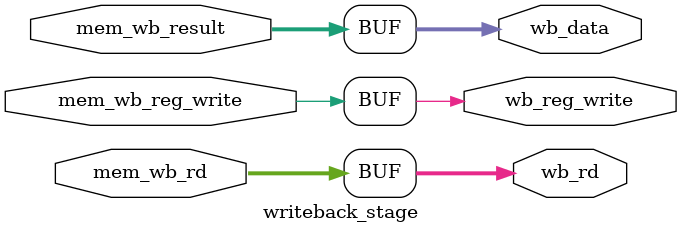
<source format=v>

module memory_stage #(
    parameter DATA_WIDTH = 32,
    parameter ADDR_WIDTH = 32,
    parameter REG_ADDR_WIDTH = 4
) (
    input  wire                         clk,
    input  wire                         rst_n,
    
    // Control signals
    input  wire                         stall,
    input  wire                         flush,
    
    // From execute stage
    input  wire [DATA_WIDTH-1:0]        ex_mem_alu_result,
    input  wire [DATA_WIDTH-1:0]        ex_mem_write_data,
    input  wire [REG_ADDR_WIDTH-1:0]    ex_mem_rd,
    input  wire                         ex_mem_reg_write,
    input  wire                         ex_mem_mem_read,
    input  wire                         ex_mem_mem_write,
    
    // Data memory interface
    output wire [ADDR_WIDTH-1:0]        dmem_addr,
    output wire [DATA_WIDTH-1:0]        dmem_write_data,
    output wire                         dmem_read_en,
    output wire                         dmem_write_en,
    input  wire [DATA_WIDTH-1:0]        dmem_read_data,
    input  wire                         dmem_ready,
    
    // To writeback stage
    output reg  [DATA_WIDTH-1:0]        mem_wb_result,
    output reg  [REG_ADDR_WIDTH-1:0]    mem_wb_rd,
    output reg                          mem_wb_reg_write
);

    // Memory interface
    assign dmem_addr = ex_mem_alu_result;
    assign dmem_write_data = ex_mem_write_data;
    assign dmem_read_en = ex_mem_mem_read;
    assign dmem_write_en = ex_mem_mem_write;
    
    // Result selection (ALU result or memory data)
    wire [DATA_WIDTH-1:0] mem_result;
    assign mem_result = ex_mem_mem_read ? dmem_read_data : ex_mem_alu_result;
    
    // MEM/WB pipeline register
    always @(posedge clk or negedge rst_n) begin
        if (!rst_n) begin
            mem_wb_result <= 32'b0;
            mem_wb_rd <= 4'b0;
            mem_wb_reg_write <= 1'b0;
        end else if (flush) begin
            mem_wb_reg_write <= 1'b0;
        end else if (!stall && dmem_ready) begin
            mem_wb_result <= mem_result;
            mem_wb_rd <= ex_mem_rd;
            mem_wb_reg_write <= ex_mem_reg_write;
        end
    end
    
endmodule

// Memory Stage with Byte/Halfword Support
module memory_stage_aligned #(
    parameter DATA_WIDTH = 32,
    parameter ADDR_WIDTH = 32,
    parameter REG_ADDR_WIDTH = 4
) (
    input  wire                         clk,
    input  wire                         rst_n,
    input  wire                         stall,
    input  wire                         flush,
    
    // From execute stage
    input  wire [DATA_WIDTH-1:0]        ex_mem_alu_result,
    input  wire [DATA_WIDTH-1:0]        ex_mem_write_data,
    input  wire [REG_ADDR_WIDTH-1:0]    ex_mem_rd,
    input  wire                         ex_mem_reg_write,
    input  wire                         ex_mem_mem_read,
    input  wire                         ex_mem_mem_write,
    input  wire [1:0]                   ex_mem_mem_size,  // 00=byte, 01=half, 10=word
    input  wire                         ex_mem_mem_signed, // Sign extend
    
    // Data memory interface
    output wire [ADDR_WIDTH-1:0]        dmem_addr,
    output wire [DATA_WIDTH-1:0]        dmem_write_data,
    output wire [3:0]                   dmem_byte_en,
    output wire                         dmem_read_en,
    output wire                         dmem_write_en,
    input  wire [DATA_WIDTH-1:0]        dmem_read_data,
    
    // To writeback stage
    output reg  [DATA_WIDTH-1:0]        mem_wb_result,
    output reg  [REG_ADDR_WIDTH-1:0]    mem_wb_rd,
    output reg                          mem_wb_reg_write
);

    // Memory size encoding
    localparam SIZE_BYTE = 2'b00;
    localparam SIZE_HALF = 2'b01;
    localparam SIZE_WORD = 2'b10;
    
    // Address alignment
    wire [1:0] byte_offset = ex_mem_alu_result[1:0];
    assign dmem_addr = {ex_mem_alu_result[ADDR_WIDTH-1:2], 2'b00};  // Word-aligned
    
    // Byte enable generation
    reg [3:0] byte_enable;
    always @(*) begin
        case (ex_mem_mem_size)
            SIZE_BYTE: begin
                case (byte_offset)
                    2'b00: byte_enable = 4'b0001;
                    2'b01: byte_enable = 4'b0010;
                    2'b10: byte_enable = 4'b0100;
                    2'b11: byte_enable = 4'b1000;
                endcase
            end
            SIZE_HALF: begin
                case (byte_offset[1])
                    1'b0: byte_enable = 4'b0011;
                    1'b1: byte_enable = 4'b1100;
                endcase
            end
            SIZE_WORD: byte_enable = 4'b1111;
            default: byte_enable = 4'b1111;
        endcase
    end
    
    assign dmem_byte_en = byte_enable;
    
    // Write data alignment
    reg [DATA_WIDTH-1:0] aligned_write_data;
    always @(*) begin
        case (ex_mem_mem_size)
            SIZE_BYTE: begin
                case (byte_offset)
                    2'b00: aligned_write_data = {24'b0, ex_mem_write_data[7:0]};
                    2'b01: aligned_write_data = {16'b0, ex_mem_write_data[7:0], 8'b0};
                    2'b10: aligned_write_data = {8'b0, ex_mem_write_data[7:0], 16'b0};
                    2'b11: aligned_write_data = {ex_mem_write_data[7:0], 24'b0};
                endcase
            end
            SIZE_HALF: begin
                case (byte_offset[1])
                    1'b0: aligned_write_data = {16'b0, ex_mem_write_data[15:0]};
                    1'b1: aligned_write_data = {ex_mem_write_data[15:0], 16'b0};
                endcase
            end
            SIZE_WORD: aligned_write_data = ex_mem_write_data;
            default: aligned_write_data = ex_mem_write_data;
        endcase
    end
    
    assign dmem_write_data = aligned_write_data;
    assign dmem_read_en = ex_mem_mem_read;
    assign dmem_write_en = ex_mem_mem_write;
    
    // Read data alignment and sign extension
    reg [DATA_WIDTH-1:0] aligned_read_data;
    always @(*) begin
        case (ex_mem_mem_size)
            SIZE_BYTE: begin
                case (byte_offset)
                    2'b00: aligned_read_data = ex_mem_mem_signed ? 
                           {{24{dmem_read_data[7]}}, dmem_read_data[7:0]} :
                           {24'b0, dmem_read_data[7:0]};
                    2'b01: aligned_read_data = ex_mem_mem_signed ?
                           {{24{dmem_read_data[15]}}, dmem_read_data[15:8]} :
                           {24'b0, dmem_read_data[15:8]};
                    2'b10: aligned_read_data = ex_mem_mem_signed ?
                           {{24{dmem_read_data[23]}}, dmem_read_data[23:16]} :
                           {24'b0, dmem_read_data[23:16]};
                    2'b11: aligned_read_data = ex_mem_mem_signed ?
                           {{24{dmem_read_data[31]}}, dmem_read_data[31:24]} :
                           {24'b0, dmem_read_data[31:24]};
                endcase
            end
            SIZE_HALF: begin
                case (byte_offset[1])
                    1'b0: aligned_read_data = ex_mem_mem_signed ?
                          {{16{dmem_read_data[15]}}, dmem_read_data[15:0]} :
                          {16'b0, dmem_read_data[15:0]};
                    1'b1: aligned_read_data = ex_mem_mem_signed ?
                          {{16{dmem_read_data[31]}}, dmem_read_data[31:16]} :
                          {16'b0, dmem_read_data[31:16]};
                endcase
            end
            SIZE_WORD: aligned_read_data = dmem_read_data;
            default: aligned_read_data = dmem_read_data;
        endcase
    end
    
    // Result selection
    wire [DATA_WIDTH-1:0] mem_result;
    assign mem_result = ex_mem_mem_read ? aligned_read_data : ex_mem_alu_result;
    
    // Pipeline register
    always @(posedge clk or negedge rst_n) begin
        if (!rst_n) begin
            mem_wb_result <= 32'b0;
            mem_wb_rd <= 4'b0;
            mem_wb_reg_write <= 1'b0;
        end else if (flush) begin
            mem_wb_reg_write <= 1'b0;
        end else if (!stall) begin
            mem_wb_result <= mem_result;
            mem_wb_rd <= ex_mem_rd;
            mem_wb_reg_write <= ex_mem_reg_write;
        end
    end
    
endmodule

// Writeback Stage (simple pass-through)
module writeback_stage #(
    parameter DATA_WIDTH = 32,
    parameter REG_ADDR_WIDTH = 4
) (
    // From memory stage
    input  wire [DATA_WIDTH-1:0]        mem_wb_result,
    input  wire [REG_ADDR_WIDTH-1:0]    mem_wb_rd,
    input  wire                         mem_wb_reg_write,
    
    // To register file (in decode stage)
    output wire [DATA_WIDTH-1:0]        wb_data,
    output wire [REG_ADDR_WIDTH-1:0]    wb_rd,
    output wire                         wb_reg_write
);

    // Simple pass-through (no additional logic needed)
    assign wb_data = mem_wb_result;
    assign wb_rd = mem_wb_rd;
    assign wb_reg_write = mem_wb_reg_write;
    
endmodule

// =============================================================================
// Usage Examples:
// =============================================================================
//
// Example 1: Basic memory stage
//   memory_stage #(
//       .DATA_WIDTH(32),
//       .ADDR_WIDTH(32),
//       .REG_ADDR_WIDTH(4)
//   ) mem_stage (
//       .clk(clk),
//       .rst_n(rst_n),
//       .stall(pipeline_stall),
//       .flush(exception_flush),
//       .ex_mem_alu_result(alu_result),
//       .ex_mem_write_data(store_data),
//       .ex_mem_rd(dest_reg),
//       .ex_mem_reg_write(reg_wr_en),
//       .ex_mem_mem_read(load_en),
//       .ex_mem_mem_write(store_en),
//       .dmem_addr(data_addr),
//       .dmem_write_data(data_out),
//       .dmem_read_en(data_rd),
//       .dmem_write_en(data_wr),
//       .dmem_read_data(data_in),
//       .dmem_ready(mem_ready),
//       .mem_wb_result(wb_result),
//       .mem_wb_rd(wb_rd),
//       .mem_wb_reg_write(wb_wr_en)
//   );
//
// =============================================================================


</source>
